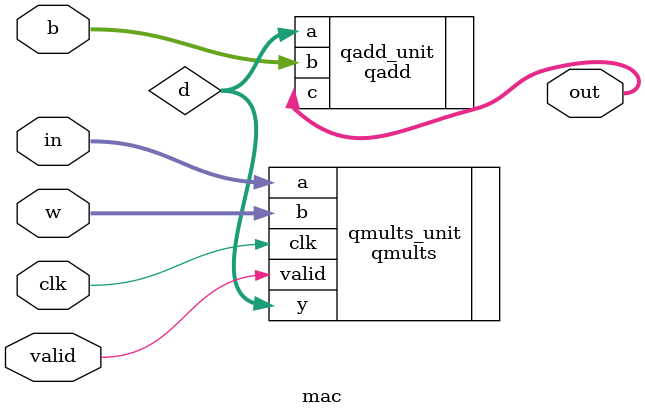
<source format=v>
`timescale 1ns / 1ps

module mac
#(
    parameter integer FP_WORD_LENGTH = 32,
    parameter integer FP_FRAC_LENGTH = 15
)
(
    input clk,
    input valid,
    input [7:0] in,
    input [FP_WORD_LENGTH-1:0] w,
    input [FP_WORD_LENGTH-1:0] b,
    output [FP_WORD_LENGTH-1:0] out
    );

	wire [FP_WORD_LENGTH-1:0] d;

    qmults 
    #(
        .FP_WORD_LENGTH(FP_WORD_LENGTH),
        .FP_FRAC_LENGTH(FP_FRAC_LENGTH)
    )qmults_unit(
        .clk(clk),
        .valid(valid),
        .a(in),
        .b(w),
        .y(d)
    );
	
    qadd #(
        .FP_WORD_LENGTH(FP_WORD_LENGTH),
        .FP_FRAC_LENGTH(FP_FRAC_LENGTH)
    )qadd_unit(
        .a(d),
        .b(b),
        .c(out)
    );

endmodule

</source>
